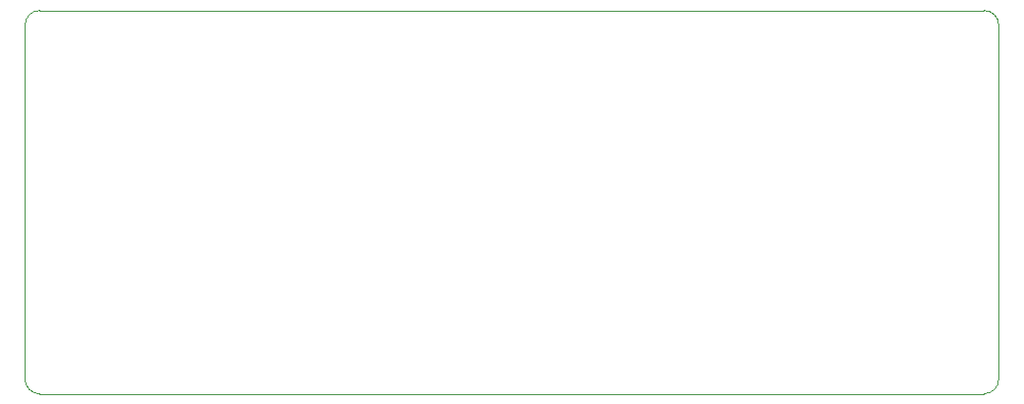
<source format=gbr>
G04 (created by PCBNEW (22-Jun-2014 BZR 4027)-stable) date Sun 11 Feb 2018 06:49:22 AM CST*
%MOIN*%
G04 Gerber Fmt 3.4, Leading zero omitted, Abs format*
%FSLAX34Y34*%
G01*
G70*
G90*
G04 APERTURE LIST*
%ADD10C,0.00590551*%
%ADD11C,0.00393701*%
G04 APERTURE END LIST*
G54D10*
G54D11*
X45500Y-64250D02*
X45500Y-76250D01*
X78000Y-63750D02*
X46000Y-63750D01*
X78500Y-76250D02*
X78500Y-64250D01*
X46000Y-76750D02*
X78000Y-76750D01*
X45500Y-76250D02*
G75*
G03X46000Y-76750I500J0D01*
G74*
G01*
X46000Y-63750D02*
G75*
G03X45500Y-64250I0J-500D01*
G74*
G01*
X78000Y-76750D02*
G75*
G03X78500Y-76250I0J500D01*
G74*
G01*
X78500Y-64250D02*
G75*
G03X78000Y-63750I-500J0D01*
G74*
G01*
M02*

</source>
